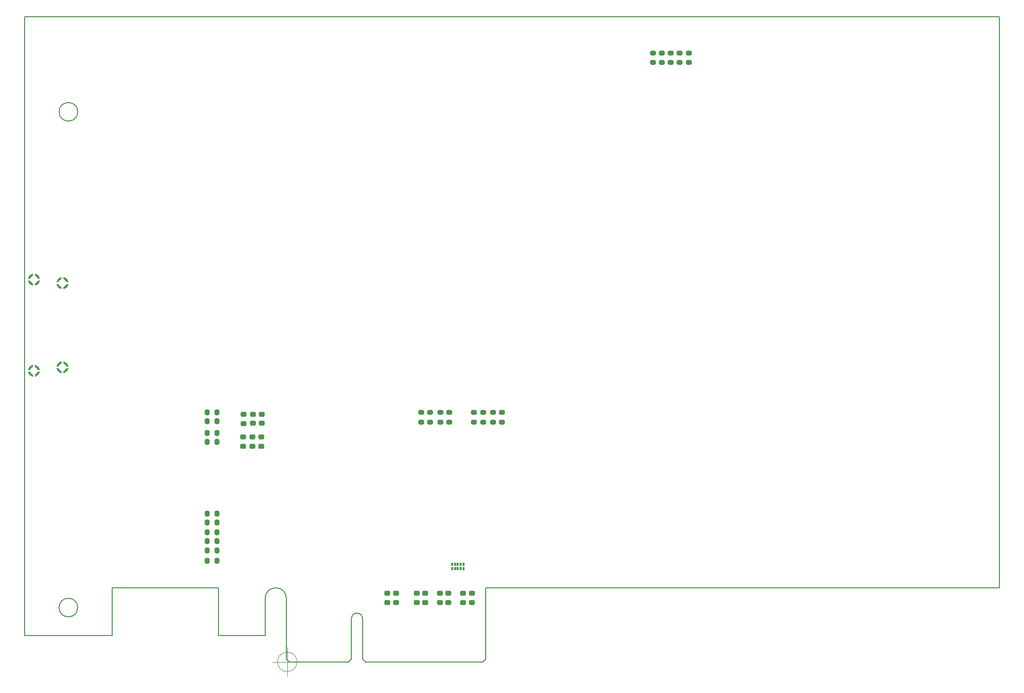
<source format=gbp>
G04 #@! TF.GenerationSoftware,KiCad,Pcbnew,8.0.4*
G04 #@! TF.CreationDate,2024-08-19T13:54:33+02:00*
G04 #@! TF.ProjectId,ULX4M-PCIe-IO_x4_half,554c5834-4d2d-4504-9349-652d494f5f78,rev?*
G04 #@! TF.SameCoordinates,Original*
G04 #@! TF.FileFunction,Paste,Bot*
G04 #@! TF.FilePolarity,Positive*
%FSLAX46Y46*%
G04 Gerber Fmt 4.6, Leading zero omitted, Abs format (unit mm)*
G04 Created by KiCad (PCBNEW 8.0.4) date 2024-08-19 13:54:33*
%MOMM*%
%LPD*%
G01*
G04 APERTURE LIST*
G04 Aperture macros list*
%AMRoundRect*
0 Rectangle with rounded corners*
0 $1 Rounding radius*
0 $2 $3 $4 $5 $6 $7 $8 $9 X,Y pos of 4 corners*
0 Add a 4 corners polygon primitive as box body*
4,1,4,$2,$3,$4,$5,$6,$7,$8,$9,$2,$3,0*
0 Add four circle primitives for the rounded corners*
1,1,$1+$1,$2,$3*
1,1,$1+$1,$4,$5*
1,1,$1+$1,$6,$7*
1,1,$1+$1,$8,$9*
0 Add four rect primitives between the rounded corners*
20,1,$1+$1,$2,$3,$4,$5,0*
20,1,$1+$1,$4,$5,$6,$7,0*
20,1,$1+$1,$6,$7,$8,$9,0*
20,1,$1+$1,$8,$9,$2,$3,0*%
G04 Aperture macros list end*
%ADD10C,0.100000*%
%ADD11RoundRect,0.218750X-0.256250X0.218750X-0.256250X-0.218750X0.256250X-0.218750X0.256250X0.218750X0*%
%ADD12RoundRect,0.218750X0.256250X-0.218750X0.256250X0.218750X-0.256250X0.218750X-0.256250X-0.218750X0*%
%ADD13RoundRect,0.200000X0.275000X-0.200000X0.275000X0.200000X-0.275000X0.200000X-0.275000X-0.200000X0*%
%ADD14RoundRect,0.200000X-0.200000X-0.275000X0.200000X-0.275000X0.200000X0.275000X-0.200000X0.275000X0*%
%ADD15RoundRect,0.225000X-0.250000X0.225000X-0.250000X-0.225000X0.250000X-0.225000X0.250000X0.225000X0*%
%ADD16RoundRect,0.200000X0.200000X0.275000X-0.200000X0.275000X-0.200000X-0.275000X0.200000X-0.275000X0*%
%ADD17RoundRect,0.200000X-0.275000X0.200000X-0.275000X-0.200000X0.275000X-0.200000X0.275000X0.200000X0*%
%ADD18RoundRect,0.225000X0.250000X-0.225000X0.250000X0.225000X-0.250000X0.225000X-0.250000X-0.225000X0*%
%ADD19R,0.300000X0.550000*%
%ADD20R,0.400000X0.550000*%
G04 #@! TA.AperFunction,Profile*
%ADD21C,0.150000*%
G04 #@! TD*
G04 #@! TA.AperFunction,Profile*
%ADD22C,0.050000*%
G04 #@! TD*
G04 APERTURE END LIST*
D10*
X65500000Y-128750000D02*
X65800000Y-128950000D01*
X65800000Y-129250000D01*
X65300000Y-128950000D01*
X65000000Y-128450000D01*
X65300000Y-128450000D01*
X65500000Y-128750000D01*
G36*
X65500000Y-128750000D02*
G01*
X65800000Y-128950000D01*
X65800000Y-129250000D01*
X65300000Y-128950000D01*
X65000000Y-128450000D01*
X65300000Y-128450000D01*
X65500000Y-128750000D01*
G37*
X65500000Y-144450000D02*
X65800000Y-144650000D01*
X65800000Y-144950000D01*
X65300000Y-144650000D01*
X65000000Y-144150000D01*
X65300000Y-144150000D01*
X65500000Y-144450000D01*
G36*
X65500000Y-144450000D02*
G01*
X65800000Y-144650000D01*
X65800000Y-144950000D01*
X65300000Y-144650000D01*
X65000000Y-144150000D01*
X65300000Y-144150000D01*
X65500000Y-144450000D01*
G37*
X65800000Y-127550000D02*
X65500000Y-127750000D01*
X65300000Y-128050000D01*
X65000000Y-128050000D01*
X65300000Y-127550000D01*
X65800000Y-127250000D01*
X65800000Y-127550000D01*
G36*
X65800000Y-127550000D02*
G01*
X65500000Y-127750000D01*
X65300000Y-128050000D01*
X65000000Y-128050000D01*
X65300000Y-127550000D01*
X65800000Y-127250000D01*
X65800000Y-127550000D01*
G37*
X65800000Y-143250000D02*
X65500000Y-143450000D01*
X65300000Y-143750000D01*
X65000000Y-143750000D01*
X65300000Y-143250000D01*
X65800000Y-142950000D01*
X65800000Y-143250000D01*
G36*
X65800000Y-143250000D02*
G01*
X65500000Y-143450000D01*
X65300000Y-143750000D01*
X65000000Y-143750000D01*
X65300000Y-143250000D01*
X65800000Y-142950000D01*
X65800000Y-143250000D01*
G37*
X66700000Y-127550000D02*
X67000000Y-128050000D01*
X66700000Y-128050000D01*
X66500000Y-127750000D01*
X66200000Y-127550000D01*
X66200000Y-127250000D01*
X66700000Y-127550000D01*
G36*
X66700000Y-127550000D02*
G01*
X67000000Y-128050000D01*
X66700000Y-128050000D01*
X66500000Y-127750000D01*
X66200000Y-127550000D01*
X66200000Y-127250000D01*
X66700000Y-127550000D01*
G37*
X66700000Y-128950000D02*
X66200000Y-129250000D01*
X66200000Y-128950000D01*
X66500000Y-128750000D01*
X66700000Y-128450000D01*
X67000000Y-128450000D01*
X66700000Y-128950000D01*
G36*
X66700000Y-128950000D02*
G01*
X66200000Y-129250000D01*
X66200000Y-128950000D01*
X66500000Y-128750000D01*
X66700000Y-128450000D01*
X67000000Y-128450000D01*
X66700000Y-128950000D01*
G37*
X66700000Y-143250000D02*
X67000000Y-143750000D01*
X66700000Y-143750000D01*
X66500000Y-143450000D01*
X66200000Y-143250000D01*
X66200000Y-142950000D01*
X66700000Y-143250000D01*
G36*
X66700000Y-143250000D02*
G01*
X67000000Y-143750000D01*
X66700000Y-143750000D01*
X66500000Y-143450000D01*
X66200000Y-143250000D01*
X66200000Y-142950000D01*
X66700000Y-143250000D01*
G37*
X66700000Y-144650000D02*
X66200000Y-144950000D01*
X66200000Y-144650000D01*
X66500000Y-144450000D01*
X66700000Y-144150000D01*
X67000000Y-144150000D01*
X66700000Y-144650000D01*
G36*
X66700000Y-144650000D02*
G01*
X66200000Y-144950000D01*
X66200000Y-144650000D01*
X66500000Y-144450000D01*
X66700000Y-144150000D01*
X67000000Y-144150000D01*
X66700000Y-144650000D01*
G37*
X70400000Y-129350000D02*
X70700000Y-129550000D01*
X70700000Y-129850000D01*
X70200000Y-129550000D01*
X69900000Y-129050000D01*
X70200000Y-129050000D01*
X70400000Y-129350000D01*
G36*
X70400000Y-129350000D02*
G01*
X70700000Y-129550000D01*
X70700000Y-129850000D01*
X70200000Y-129550000D01*
X69900000Y-129050000D01*
X70200000Y-129050000D01*
X70400000Y-129350000D01*
G37*
X70400000Y-143850000D02*
X70700000Y-144050000D01*
X70700000Y-144350000D01*
X70200000Y-144050000D01*
X69900000Y-143550000D01*
X70200000Y-143550000D01*
X70400000Y-143850000D01*
G36*
X70400000Y-143850000D02*
G01*
X70700000Y-144050000D01*
X70700000Y-144350000D01*
X70200000Y-144050000D01*
X69900000Y-143550000D01*
X70200000Y-143550000D01*
X70400000Y-143850000D01*
G37*
X70700000Y-128150000D02*
X70400000Y-128350000D01*
X70200000Y-128650000D01*
X69900000Y-128650000D01*
X70200000Y-128150000D01*
X70700000Y-127850000D01*
X70700000Y-128150000D01*
G36*
X70700000Y-128150000D02*
G01*
X70400000Y-128350000D01*
X70200000Y-128650000D01*
X69900000Y-128650000D01*
X70200000Y-128150000D01*
X70700000Y-127850000D01*
X70700000Y-128150000D01*
G37*
X70700000Y-142650000D02*
X70400000Y-142850000D01*
X70200000Y-143150000D01*
X69900000Y-143150000D01*
X70200000Y-142650000D01*
X70700000Y-142350000D01*
X70700000Y-142650000D01*
G36*
X70700000Y-142650000D02*
G01*
X70400000Y-142850000D01*
X70200000Y-143150000D01*
X69900000Y-143150000D01*
X70200000Y-142650000D01*
X70700000Y-142350000D01*
X70700000Y-142650000D01*
G37*
X71600000Y-128150000D02*
X71900000Y-128650000D01*
X71600000Y-128650000D01*
X71400000Y-128350000D01*
X71100000Y-128150000D01*
X71100000Y-127850000D01*
X71600000Y-128150000D01*
G36*
X71600000Y-128150000D02*
G01*
X71900000Y-128650000D01*
X71600000Y-128650000D01*
X71400000Y-128350000D01*
X71100000Y-128150000D01*
X71100000Y-127850000D01*
X71600000Y-128150000D01*
G37*
X71600000Y-129550000D02*
X71100000Y-129850000D01*
X71100000Y-129550000D01*
X71400000Y-129350000D01*
X71600000Y-129050000D01*
X71900000Y-129050000D01*
X71600000Y-129550000D01*
G36*
X71600000Y-129550000D02*
G01*
X71100000Y-129850000D01*
X71100000Y-129550000D01*
X71400000Y-129350000D01*
X71600000Y-129050000D01*
X71900000Y-129050000D01*
X71600000Y-129550000D01*
G37*
X71600000Y-142650000D02*
X71900000Y-143150000D01*
X71600000Y-143150000D01*
X71400000Y-142850000D01*
X71100000Y-142650000D01*
X71100000Y-142350000D01*
X71600000Y-142650000D01*
G36*
X71600000Y-142650000D02*
G01*
X71900000Y-143150000D01*
X71600000Y-143150000D01*
X71400000Y-142850000D01*
X71100000Y-142650000D01*
X71100000Y-142350000D01*
X71600000Y-142650000D01*
G37*
X71600000Y-144050000D02*
X71100000Y-144350000D01*
X71100000Y-144050000D01*
X71400000Y-143850000D01*
X71600000Y-143550000D01*
X71900000Y-143550000D01*
X71600000Y-144050000D01*
G36*
X71600000Y-144050000D02*
G01*
X71100000Y-144350000D01*
X71100000Y-144050000D01*
X71400000Y-143850000D01*
X71600000Y-143550000D01*
X71900000Y-143550000D01*
X71600000Y-144050000D01*
G37*
D11*
X126875000Y-182337500D03*
X126875000Y-183912500D03*
D12*
X128375000Y-183912500D03*
X128375000Y-182337500D03*
D11*
X131875000Y-182337500D03*
X131875000Y-183912500D03*
D12*
X133375000Y-183912500D03*
X133375000Y-182337500D03*
D11*
X135875000Y-182337500D03*
X135875000Y-183912500D03*
D12*
X137375000Y-183912500D03*
X137375000Y-182337500D03*
D11*
X139875000Y-182337500D03*
X139875000Y-183912500D03*
D12*
X141375000Y-183912500D03*
X141375000Y-182337500D03*
D13*
X143305000Y-152810000D03*
X143305000Y-151160000D03*
D14*
X95880000Y-154695000D03*
X97530000Y-154695000D03*
X95870000Y-176695000D03*
X97520000Y-176695000D03*
D15*
X105175000Y-155405000D03*
X105175000Y-156955000D03*
D13*
X132675000Y-152830000D03*
X132675000Y-151180000D03*
X146525000Y-152810000D03*
X146525000Y-151160000D03*
D14*
X95880000Y-151155000D03*
X97530000Y-151155000D03*
D13*
X141775000Y-152810000D03*
X141775000Y-151160000D03*
D16*
X97520000Y-170135000D03*
X95870000Y-170135000D03*
D15*
X103615000Y-155405000D03*
X103615000Y-156955000D03*
D11*
X102155000Y-151490000D03*
X102155000Y-153065000D03*
D13*
X134215000Y-152825000D03*
X134215000Y-151175000D03*
D14*
X95890000Y-156235000D03*
X97540000Y-156235000D03*
D13*
X135955000Y-152810000D03*
X135955000Y-151160000D03*
D14*
X95870000Y-168595000D03*
X97520000Y-168595000D03*
D17*
X172525000Y-89250000D03*
X172525000Y-90900000D03*
D18*
X103685000Y-153042500D03*
X103685000Y-151492500D03*
D19*
X137980000Y-177325000D03*
X137980000Y-178095000D03*
X138480000Y-177325000D03*
X138480000Y-178095000D03*
D20*
X138980000Y-177325000D03*
X138980000Y-178095000D03*
D19*
X139480000Y-177325000D03*
X139480000Y-178095000D03*
X139980000Y-177325000D03*
X139980000Y-178095000D03*
D13*
X137505000Y-152810000D03*
X137505000Y-151160000D03*
D17*
X174075000Y-89250000D03*
X174075000Y-90900000D03*
D13*
X145005000Y-152810000D03*
X145005000Y-151160000D03*
D18*
X105225000Y-153040000D03*
X105225000Y-151490000D03*
D17*
X175615000Y-89250000D03*
X175615000Y-90900000D03*
D16*
X97530000Y-152685000D03*
X95880000Y-152685000D03*
D14*
X95870000Y-173365000D03*
X97520000Y-173365000D03*
X95870000Y-171795000D03*
X97520000Y-171795000D03*
D17*
X177165000Y-89250000D03*
X177165000Y-90900000D03*
D11*
X102065000Y-155392500D03*
X102065000Y-156967500D03*
D17*
X178715000Y-89250000D03*
X178715000Y-90900000D03*
D14*
X95870000Y-174935000D03*
X97520000Y-174935000D03*
D21*
X232127700Y-181375000D02*
X143775000Y-181375000D01*
X109975000Y-194125000D02*
X120175000Y-194125000D01*
X122575000Y-193625000D02*
X123075000Y-194125000D01*
X105825000Y-183200000D02*
G75*
G02*
X109475000Y-183200000I1825000J0D01*
G01*
X79475000Y-189625000D02*
X79475000Y-181375000D01*
X143275000Y-194125000D02*
X123075000Y-194125000D01*
X97825000Y-181375000D02*
X97825000Y-189625000D01*
X232125000Y-82975000D02*
X232127700Y-181375000D01*
X79475000Y-181375000D02*
X97825000Y-181375000D01*
X97825000Y-189625000D02*
X105825000Y-189625000D01*
X73575000Y-99375000D02*
G75*
G02*
X70375000Y-99375000I-1600000J0D01*
G01*
X70375000Y-99375000D02*
G75*
G02*
X73575000Y-99375000I1600000J0D01*
G01*
X64475000Y-82975000D02*
X232125000Y-82975000D01*
X122575000Y-186675000D02*
X122575000Y-193625000D01*
X120675000Y-193625000D02*
X120675000Y-186675000D01*
X109475000Y-193625000D02*
X109975000Y-194125000D01*
X120675000Y-186675000D02*
G75*
G02*
X122575000Y-186675000I950000J0D01*
G01*
X64475000Y-82975000D02*
X64475000Y-189625000D01*
X120175000Y-194125000D02*
X120675000Y-193625000D01*
X143775000Y-181375000D02*
X143775000Y-193625000D01*
X73575000Y-184775000D02*
G75*
G02*
X70375000Y-184775000I-1600000J0D01*
G01*
X70375000Y-184775000D02*
G75*
G02*
X73575000Y-184775000I1600000J0D01*
G01*
X143775000Y-193625000D02*
X143275000Y-194125000D01*
X64475000Y-189625000D02*
X79475000Y-189625000D01*
X105825000Y-189625000D02*
X105825000Y-183200000D01*
X109475000Y-183200000D02*
X109475000Y-193625000D01*
D22*
X111291666Y-194125000D02*
G75*
G02*
X107958334Y-194125000I-1666666J0D01*
G01*
X107958334Y-194125000D02*
G75*
G02*
X111291666Y-194125000I1666666J0D01*
G01*
X107125000Y-194125000D02*
X112125000Y-194125000D01*
X109625000Y-191625000D02*
X109625000Y-196625000D01*
M02*

</source>
